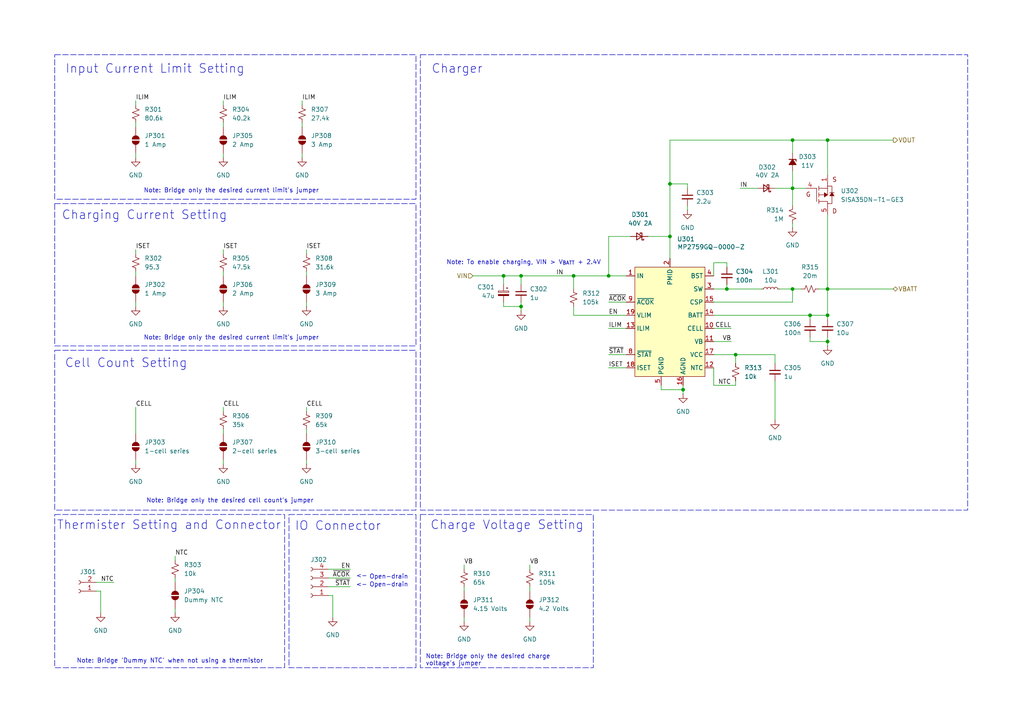
<source format=kicad_sch>
(kicad_sch (version 20231120) (generator "eeschema") (generator_version "8.0")
  (paper "A4")
  (title_block (date "2024-10-27") (rev "0.1.0") (company "University of Wisconsin-Platteville") (comment 1 "Nicholas Loehrke"))
  (lib_symbols
    (symbol "Connector:Conn_01x02_Socket" (pin_names (offset 1.016) hide)
      (property "Reference" "J" (at 0 2.54 0))
      (property "Value" "Conn_01x02_Socket" (at 0 -5.08 0))
      (symbol "Conn_01x02_Socket_1_1"
        (arc (start 0 -2.032) (mid -0.5058 -2.54) (end 0 -3.048) (stroke (width 0.1524)))
        (polyline (pts (xy -1.27 -2.54) (xy -0.508 -2.54)) (stroke (width 0.1524)))
        (polyline (pts (xy -1.27 0) (xy -0.508 0)) (stroke (width 0.1524)))
        (arc (start 0 0.508) (mid -0.5058 0) (end 0 -0.508) (stroke (width 0.1524)))
        (pin passive line (at -5.08 0 0) (length 3.81) (name "Pin_1") (number "1"))
        (pin passive line (at -5.08 -2.54 0) (length 3.81) (name "Pin_2") (number "2"))
      )
    )
    (symbol "Connector:Conn_01x04_Socket" (pin_names (offset 1.016) hide)
      (property "Reference" "J" (at 0 5.08 0))
      (property "Value" "Conn_01x04_Socket" (at 0 -7.62 0))
      (symbol "Conn_01x04_Socket_1_1"
        (arc (start 0 -4.572) (mid -0.5058 -5.08) (end 0 -5.588) (stroke (width 0.1524)))
        (arc (start 0 -2.032) (mid -0.5058 -2.54) (end 0 -3.048) (stroke (width 0.1524)))
        (polyline (pts (xy -1.27 -5.08) (xy -0.508 -5.08)) (stroke (width 0.1524)))
        (polyline (pts (xy -1.27 -2.54) (xy -0.508 -2.54)) (stroke (width 0.1524)))
        (polyline (pts (xy -1.27 0) (xy -0.508 0)) (stroke (width 0.1524)))
        (polyline (pts (xy -1.27 2.54) (xy -0.508 2.54)) (stroke (width 0.1524)))
        (arc (start 0 0.508) (mid -0.5058 0) (end 0 -0.508) (stroke (width 0.1524)))
        (arc (start 0 3.048) (mid -0.5058 2.54) (end 0 2.032) (stroke (width 0.1524)))
        (pin passive line (at -5.08 2.54 0) (length 3.81) (name "Pin_1") (number "1"))
        (pin passive line (at -5.08 0 0) (length 3.81) (name "Pin_2") (number "2"))
        (pin passive line (at -5.08 -2.54 0) (length 3.81) (name "Pin_3") (number "3"))
        (pin passive line (at -5.08 -5.08 0) (length 3.81) (name "Pin_4") (number "4"))
      )
    )
    (symbol "Device:C_Polarized_Small" (pin_numbers hide) (pin_names (offset 0.254) hide)
      (property "Reference" "C" (at 0.254 1.778 0))
      (property "Value" "C_Polarized_Small" (at 0.254 -2.032 0))
      (symbol "C_Polarized_Small_0_1"
        (rectangle (start -1.524 -0.3048) (end 1.524 -0.6858) (fill (type outline)))
        (rectangle (start -1.524 0.6858) (end 1.524 0.3048))
        (polyline (pts (xy -1.27 1.524) (xy -0.762 1.524)))
        (polyline (pts (xy -1.016 1.27) (xy -1.016 1.778)))
      )
      (symbol "C_Polarized_Small_1_1"
        (pin passive line (at 0 2.54 270) (length 1.8542) (name "~") (number "1"))
        (pin passive line (at 0 -2.54 90) (length 1.8542) (name "~") (number "2"))
      )
    )
    (symbol "Device:C_Small" (pin_numbers hide) (pin_names (offset 0.254) hide)
      (property "Reference" "C" (at 0.254 1.778 0))
      (property "Value" "C_Small" (at 0.254 -2.032 0))
      (symbol "C_Small_0_1"
        (polyline (pts (xy -1.524 -0.508) (xy 1.524 -0.508)) (stroke (width 0.3302)))
        (polyline (pts (xy -1.524 0.508) (xy 1.524 0.508)) (stroke (width 0.3048)))
      )
      (symbol "C_Small_1_1"
        (pin passive line (at 0 2.54 270) (length 2.032) (name "~") (number "1"))
        (pin passive line (at 0 -2.54 90) (length 2.032) (name "~") (number "2"))
      )
    )
    (symbol "Device:D_Schottky_Small" (pin_numbers hide) (pin_names (offset 0.254) hide)
      (property "Reference" "D" (at -1.27 2.032 0))
      (property "Value" "D_Schottky_Small" (at -7.112 -2.032 0))
      (symbol "D_Schottky_Small_0_1"
        (polyline (pts (xy -0.762 0) (xy 0.762 0)))
        (polyline (pts (xy 0.762 -1.016) (xy -0.762 0) (xy 0.762 1.016) (xy 0.762 -1.016)) (stroke (width 0.254)))
        (polyline (pts (xy -1.27 0.762) (xy -1.27 1.016) (xy -0.762 1.016) (xy -0.762 -1.016) (xy -0.254 -1.016) (xy -0.254 -0.762)) (stroke (width 0.254)))
      )
      (symbol "D_Schottky_Small_1_1"
        (pin passive line (at -2.54 0 0) (length 1.778) (name "K") (number "1"))
        (pin passive line (at 2.54 0 180) (length 1.778) (name "A") (number "2"))
      )
    )
    (symbol "Device:D_Zener_Small_Filled" (pin_numbers hide) (pin_names (offset 0.254) hide)
      (property "Reference" "D" (at 0 2.286 0))
      (property "Value" "D_Zener_Small_Filled" (at 0 -2.286 0))
      (symbol "D_Zener_Small_Filled_0_1"
        (polyline (pts (xy 0.762 0) (xy -0.762 0)))
        (polyline (pts (xy -0.254 1.016) (xy -0.762 1.016) (xy -0.762 -1.016)) (stroke (width 0.254)))
        (polyline (pts (xy 0.762 1.016) (xy -0.762 0) (xy 0.762 -1.016) (xy 0.762 1.016)) (stroke (width 0.254)) (fill (type outline)))
      )
      (symbol "D_Zener_Small_Filled_1_1"
        (pin passive line (at -2.54 0 0) (length 1.778) (name "K") (number "1"))
        (pin passive line (at 2.54 0 180) (length 1.778) (name "A") (number "2"))
      )
    )
    (symbol "Device:L_Small" (pin_numbers hide) (pin_names (offset 0.254) hide)
      (property "Reference" "L" (at 0.762 1.016 0))
      (property "Value" "L_Small" (at 0.762 -1.016 0))
      (symbol "L_Small_0_1"
        (arc (start 0 -2.032) (mid 0.5058 -1.524) (end 0 -1.016))
        (arc (start 0 -1.016) (mid 0.5058 -0.508) (end 0 0))
        (arc (start 0 0) (mid 0.5058 0.508) (end 0 1.016))
        (arc (start 0 1.016) (mid 0.5058 1.524) (end 0 2.032))
      )
      (symbol "L_Small_1_1"
        (pin passive line (at 0 2.54 270) (length 0.508) (name "~") (number "1"))
        (pin passive line (at 0 -2.54 90) (length 0.508) (name "~") (number "2"))
      )
    )
    (symbol "Device:R_Small_US" (pin_numbers hide) (pin_names (offset 0.254) hide)
      (property "Reference" "R" (at 0.762 0.508 0))
      (property "Value" "R_Small_US" (at 0.762 -1.016 0))
      (symbol "R_Small_US_1_1"
        (polyline (pts (xy 0 0) (xy 1.016 -0.381) (xy 0 -0.762) (xy -1.016 -1.143) (xy 0 -1.524)))
        (polyline (pts (xy 0 1.524) (xy 1.016 1.143) (xy 0 0.762) (xy -1.016 0.381) (xy 0 0)))
        (pin passive line (at 0 2.54 270) (length 1.016) (name "~") (number "1"))
        (pin passive line (at 0 -2.54 90) (length 1.016) (name "~") (number "2"))
      )
    )
    (symbol "Jumper:SolderJumper_2_Open" (pin_numbers hide) (pin_names (offset 0) hide) (exclude_from_sim yes) (in_bom no)
      (property "Reference" "JP" (at 0 2.032 0))
      (property "Value" "SolderJumper_2_Open" (at 0 -2.54 0))
      (symbol "SolderJumper_2_Open_0_1"
        (arc (start -0.254 1.016) (mid -1.2656 0) (end -0.254 -1.016))
        (arc (start -0.254 1.016) (mid -1.2656 0) (end -0.254 -1.016) (fill (type outline)))
        (polyline (pts (xy -0.254 1.016) (xy -0.254 -1.016)))
        (polyline (pts (xy 0.254 1.016) (xy 0.254 -1.016)))
        (arc (start 0.254 -1.016) (mid 1.2656 0) (end 0.254 1.016))
        (arc (start 0.254 -1.016) (mid 1.2656 0) (end 0.254 1.016) (fill (type outline)))
      )
      (symbol "SolderJumper_2_Open_1_1"
        (pin passive line (at -3.81 0 0) (length 2.54) (name "A") (number "1"))
        (pin passive line (at 3.81 0 180) (length 2.54) (name "B") (number "2"))
      )
    )
    (symbol "MP2759GQ-0000-Z:MP2759GQ-0000-Z"
      (property "Reference" "U" (at 12.954 16.256 0))
      (property "MPN" "MP2759GQ-0000-Z" (at 13.208 13.716 0))
      (symbol "MP2759GQ-0000-Z_1_1"
        (rectangle (start 2.54 2.54) (end 22.86 -29.21) (fill (type background)))
        (pin passive line (at 0 0 0) (length 2.54) (name "IN") (number "1"))
        (pin passive line (at 25.4 -15.24 180) (length 2.54) (name "CELL") (number "10"))
        (pin passive line (at 25.4 -19.05 180) (length 2.54) (name "VB") (number "11"))
        (pin passive line (at 25.4 -26.67 180) (length 2.54) (name "NTC") (number "12"))
        (pin passive line (at 0 -15.24 0) (length 2.54) (name "ILIM") (number "13"))
        (pin passive line (at 25.4 -11.43 180) (length 2.54) (name "BATT") (number "14"))
        (pin passive line (at 25.4 -7.62 180) (length 2.54) (name "CSP") (number "15"))
        (pin passive line (at 16.51 -31.75 90) (length 2.54) (name "AGND") (number "16"))
        (pin passive line (at 25.4 -22.86 180) (length 2.54) (name "VCC") (number "17"))
        (pin passive line (at 0 -26.67 0) (length 2.54) (name "ISET") (number "18"))
        (pin passive line (at 0 -11.43 0) (length 2.54) (name "VLIM") (number "19"))
        (pin passive line (at 12.7 5.08 270) (length 2.54) (name "PMID") (number "2"))
        (pin passive line (at 25.4 -3.81 180) (length 2.54) (name "SW") (number "3"))
        (pin passive line (at 25.4 0 180) (length 2.54) (name "BST") (number "4"))
        (pin passive line (at 10.16 -31.75 90) (length 2.54) (name "PGND") (number "5"))
        (pin passive line (at 10.16 -31.75 90) (length 2.54) hide (name "PGND") (number "6"))
        (pin passive line (at 10.16 -31.75 90) (length 2.54) hide (name "PGND") (number "7"))
        (pin passive line (at 0 -22.86 0) (length 2.54) (name "~{STAT}") (number "8"))
        (pin passive line (at 0 -7.62 0) (length 2.54) (name "~{ACOK}") (number "9"))
      )
    )
    (symbol "SISA35DN-T1-GE3:SISA35DN-T1-GE3"
      (property "Reference" "U" (at 5.842 -3.302 0))
      (property "MPN" "SISA35DN-T1-GE3" (at 14.224 -5.334 0))
      (symbol "SISA35DN-T1-GE3_0_1"
        (polyline (pts (xy 0 -6.985) (xy 0 -8.255)))
        (polyline (pts (xy 0 -5.715) (xy 1.905 -5.715)))
        (polyline (pts (xy 0 -5.08) (xy 0 -6.35)))
        (polyline (pts (xy 0 -3.175) (xy 0 -4.445)))
        (polyline (pts (xy 2.54 -8.89) (xy 2.54 -8.255)))
        (polyline (pts (xy 2.54 -3.175) (xy 2.54 -2.54)))
        (polyline (pts (xy 3.175 -5.08) (xy 4.445 -5.08)))
        (polyline (pts (xy -0.635 -7.62) (xy -0.635 -3.81) (xy -1.27 -3.81)))
        (polyline (pts (xy 0 -3.81) (xy 2.54 -3.81) (xy 2.54 -5.715)))
        (polyline (pts (xy 2.54 -8.255) (xy 2.54 -7.62) (xy 0 -7.62)))
        (polyline (pts (xy 2.54 -8.255) (xy 3.81 -8.255) (xy 3.81 -5.715)))
        (polyline (pts (xy 2.54 -5.715) (xy 1.6169 -6.3499) (xy 1.6169 -5.0799) (xy 2.54 -5.7024)) (fill (type outline)))
        (polyline (pts (xy 3.81 -5.08) (xy 3.81 -3.175) (xy 2.54 -3.175) (xy 2.54 -3.81)))
        (polyline (pts (xy 3.81 -5.08) (xy 4.4449 -6.0031) (xy 3.1749 -6.0031) (xy 3.7974 -5.08)) (fill (type outline)))
      )
      (symbol "SISA35DN-T1-GE3_1_1"
        (text "D" (at 4.572 -10.414 0) (effects (font (size 1.27 1.27))))
        (text "G" (at -3.048 -5.588 0) (effects (font (size 1.27 1.27))))
        (text "S" (at 4.572 -1.27 0) (effects (font (size 1.27 1.27))))
        (pin passive line (at 2.54 0 270) (length 2.54) (name "") (number "1"))
        (pin passive line (at 2.54 0 270) (length 2.54) hide (name "") (number "2"))
        (pin passive line (at 2.54 0 270) (length 2.54) hide (name "") (number "3"))
        (pin passive line (at -3.81 -3.81 0) (length 2.54) (name "") (number "4"))
        (pin passive line (at 2.54 -11.43 90) (length 2.54) (name "") (number "5"))
        (pin passive line (at 2.54 -11.43 90) (length 2.54) hide (name "") (number "6"))
        (pin passive line (at 2.54 -11.43 90) (length 2.54) hide (name "") (number "7"))
        (pin passive line (at 2.54 -11.43 90) (length 2.54) hide (name "") (number "8"))
      )
    )
    (symbol "power:GND" (power) (pin_numbers hide) (pin_names (offset 0) hide)
      (property "Value" "GND" (at 0 -3.81 0))
      (symbol "GND_0_1"
        (polyline (pts (xy 0 0) (xy 0 -1.27) (xy 1.27 -1.27) (xy 0 -2.54) (xy -1.27 -1.27) (xy 0 -1.27)))
      )
      (symbol "GND_1_1"
        (pin power_in line (at 0 0 270) (length 0) (name "~") (number "1"))
      )
    )
  )
  (junction (at 146.05 80.01))
  (junction (at 176.53 80.01))
  (junction (at 194.31 68.58))
  (junction (at 213.36 102.87))
  (junction (at 229.87 54.61))
  (junction (at 194.31 53.34))
  (junction (at 229.87 83.82))
  (junction (at 240.03 99.06))
  (junction (at 240.03 83.82))
  (junction (at 234.95 91.44))
  (junction (at 240.03 91.44))
  (junction (at 151.13 88.9))
  (junction (at 151.13 80.01))
  (junction (at 240.03 40.64))
  (junction (at 198.12 113.03))
  (junction (at 210.82 83.82))
  (junction (at 166.37 80.01))
  (junction (at 229.87 40.64))
  (wire (pts (xy 234.95 97.79) (xy 234.95 99.06)))
  (wire (pts (xy 214.63 54.61) (xy 219.71 54.61)))
  (wire (pts (xy 210.82 82.55) (xy 210.82 83.82)))
  (wire (pts (xy 176.53 95.25) (xy 181.61 95.25)))
  (wire (pts (xy 151.13 80.01) (xy 151.13 82.55)))
  (wire (pts (xy 229.87 83.82) (xy 232.41 83.82)))
  (wire (pts (xy 87.63 44.45) (xy 87.63 45.72)))
  (wire (pts (xy 213.36 102.87) (xy 213.36 105.41)))
  (wire (pts (xy 146.05 80.01) (xy 151.13 80.01)))
  (wire (pts (xy 64.77 72.39) (xy 64.77 73.66)))
  (wire (pts (xy 176.53 80.01) (xy 181.61 80.01)))
  (wire (pts (xy 151.13 88.9) (xy 151.13 90.17)))
  (wire (pts (xy 176.53 68.58) (xy 182.88 68.58)))
  (wire (pts (xy 207.01 91.44) (xy 234.95 91.44)))
  (wire (pts (xy 240.03 40.64) (xy 240.03 50.8)))
  (wire (pts (xy 234.95 99.06) (xy 240.03 99.06)))
  (wire (pts (xy 213.36 102.87) (xy 224.79 102.87)))
  (wire (pts (xy 224.79 105.41) (xy 224.79 102.87)))
  (wire (pts (xy 88.9 119.38) (xy 88.9 118.11)))
  (wire (pts (xy 176.53 106.68) (xy 181.61 106.68)))
  (wire (pts (xy 151.13 80.01) (xy 166.37 80.01)))
  (wire (pts (xy 39.37 44.45) (xy 39.37 45.72)))
  (wire (pts (xy 64.77 87.63) (xy 64.77 88.9)))
  (wire (pts (xy 191.77 111.76) (xy 191.77 113.03)))
  (wire (pts (xy 240.03 97.79) (xy 240.03 99.06)))
  (wire (pts (xy 194.31 53.34) (xy 199.39 53.34)))
  (wire (pts (xy 166.37 80.01) (xy 176.53 80.01)))
  (wire (pts (xy 64.77 78.74) (xy 64.77 80.01)))
  (wire (pts (xy 229.87 49.53) (xy 229.87 54.61)))
  (wire (pts (xy 101.6 170.18) (xy 95.25 170.18)))
  (wire (pts (xy 88.9 133.35) (xy 88.9 134.62)))
  (wire (pts (xy 153.67 170.18) (xy 153.67 171.45)))
  (wire (pts (xy 153.67 179.07) (xy 153.67 180.34)))
  (wire (pts (xy 240.03 91.44) (xy 240.03 83.82)))
  (wire (pts (xy 229.87 54.61) (xy 233.68 54.61)))
  (wire (pts (xy 87.63 29.21) (xy 87.63 30.48)))
  (wire (pts (xy 146.05 88.9) (xy 151.13 88.9)))
  (wire (pts (xy 207.01 106.68) (xy 207.01 111.76)))
  (wire (pts (xy 64.77 44.45) (xy 64.77 45.72)))
  (wire (pts (xy 240.03 91.44) (xy 240.03 92.71)))
  (wire (pts (xy 229.87 64.77) (xy 229.87 66.04)))
  (wire (pts (xy 234.95 91.44) (xy 234.95 92.71)))
  (wire (pts (xy 87.63 35.56) (xy 87.63 36.83)))
  (wire (pts (xy 39.37 133.35) (xy 39.37 134.62)))
  (wire (pts (xy 176.53 87.63) (xy 181.61 87.63)))
  (wire (pts (xy 199.39 53.34) (xy 199.39 54.61)))
  (wire (pts (xy 198.12 113.03) (xy 198.12 114.3)))
  (wire (pts (xy 226.06 83.82) (xy 229.87 83.82)))
  (wire (pts (xy 240.03 100.33) (xy 240.03 99.06)))
  (wire (pts (xy 88.9 78.74) (xy 88.9 80.01)))
  (wire (pts (xy 137.16 80.01) (xy 146.05 80.01)))
  (wire (pts (xy 88.9 124.46) (xy 88.9 125.73)))
  (wire (pts (xy 194.31 40.64) (xy 229.87 40.64)))
  (wire (pts (xy 27.94 171.45) (xy 29.21 171.45)))
  (wire (pts (xy 64.77 118.11) (xy 64.77 119.38)))
  (wire (pts (xy 229.87 40.64) (xy 240.03 40.64)))
  (wire (pts (xy 166.37 80.01) (xy 166.37 83.82)))
  (wire (pts (xy 176.53 102.87) (xy 181.61 102.87)))
  (wire (pts (xy 88.9 87.63) (xy 88.9 88.9)))
  (wire (pts (xy 64.77 124.46) (xy 64.77 125.73)))
  (wire (pts (xy 207.01 111.76) (xy 213.36 111.76)))
  (wire (pts (xy 240.03 62.23) (xy 240.03 83.82)))
  (wire (pts (xy 234.95 91.44) (xy 240.03 91.44)))
  (wire (pts (xy 39.37 29.21) (xy 39.37 30.48)))
  (wire (pts (xy 134.62 170.18) (xy 134.62 171.45)))
  (wire (pts (xy 166.37 88.9) (xy 166.37 91.44)))
  (wire (pts (xy 229.87 40.64) (xy 229.87 44.45)))
  (wire (pts (xy 50.8 176.53) (xy 50.8 177.8)))
  (wire (pts (xy 224.79 54.61) (xy 229.87 54.61)))
  (wire (pts (xy 194.31 53.34) (xy 194.31 68.58)))
  (wire (pts (xy 101.6 167.64) (xy 95.25 167.64)))
  (wire (pts (xy 39.37 125.73) (xy 39.37 118.11)))
  (wire (pts (xy 194.31 40.64) (xy 194.31 53.34)))
  (wire (pts (xy 101.6 165.1) (xy 95.25 165.1)))
  (wire (pts (xy 213.36 111.76) (xy 213.36 110.49)))
  (wire (pts (xy 39.37 35.56) (xy 39.37 36.83)))
  (wire (pts (xy 96.52 172.72) (xy 96.52 179.07)))
  (wire (pts (xy 210.82 83.82) (xy 220.98 83.82)))
  (wire (pts (xy 95.25 172.72) (xy 96.52 172.72)))
  (wire (pts (xy 176.53 80.01) (xy 176.53 68.58)))
  (wire (pts (xy 207.01 80.01) (xy 207.01 76.2)))
  (wire (pts (xy 50.8 167.64) (xy 50.8 168.91)))
  (wire (pts (xy 229.87 54.61) (xy 229.87 59.69)))
  (wire (pts (xy 146.05 87.63) (xy 146.05 88.9)))
  (wire (pts (xy 210.82 76.2) (xy 210.82 77.47)))
  (wire (pts (xy 229.87 87.63) (xy 229.87 83.82)))
  (wire (pts (xy 198.12 113.03) (xy 198.12 111.76)))
  (wire (pts (xy 207.01 83.82) (xy 210.82 83.82)))
  (wire (pts (xy 212.09 95.25) (xy 207.01 95.25)))
  (wire (pts (xy 224.79 110.49) (xy 224.79 121.92)))
  (wire (pts (xy 240.03 83.82) (xy 237.49 83.82)))
  (wire (pts (xy 212.09 99.06) (xy 207.01 99.06)))
  (wire (pts (xy 29.21 171.45) (xy 29.21 177.8)))
  (wire (pts (xy 187.96 68.58) (xy 194.31 68.58)))
  (wire (pts (xy 207.01 102.87) (xy 213.36 102.87)))
  (wire (pts (xy 207.01 76.2) (xy 210.82 76.2)))
  (wire (pts (xy 146.05 80.01) (xy 146.05 82.55)))
  (wire (pts (xy 240.03 83.82) (xy 259.08 83.82)))
  (wire (pts (xy 39.37 87.63) (xy 39.37 88.9)))
  (wire (pts (xy 50.8 161.29) (xy 50.8 162.56)))
  (wire (pts (xy 199.39 59.69) (xy 199.39 60.96)))
  (wire (pts (xy 39.37 72.39) (xy 39.37 73.66)))
  (wire (pts (xy 194.31 74.93) (xy 194.31 68.58)))
  (wire (pts (xy 33.02 168.91) (xy 27.94 168.91)))
  (wire (pts (xy 134.62 179.07) (xy 134.62 180.34)))
  (wire (pts (xy 64.77 35.56) (xy 64.77 36.83)))
  (wire (pts (xy 134.62 165.1) (xy 134.62 163.83)))
  (wire (pts (xy 153.67 165.1) (xy 153.67 163.83)))
  (wire (pts (xy 240.03 40.64) (xy 259.08 40.64)))
  (wire (pts (xy 166.37 91.44) (xy 181.61 91.44)))
  (wire (pts (xy 151.13 87.63) (xy 151.13 88.9)))
  (wire (pts (xy 207.01 87.63) (xy 229.87 87.63)))
  (wire (pts (xy 64.77 29.21) (xy 64.77 30.48)))
  (wire (pts (xy 39.37 78.74) (xy 39.37 80.01)))
  (wire (pts (xy 64.77 133.35) (xy 64.77 134.62)))
  (wire (pts (xy 191.77 113.03) (xy 198.12 113.03)))
  (wire (pts (xy 88.9 72.39) (xy 88.9 73.66)))
  (rectangle (start 15.875 15.875) (end 120.65 57.785) (stroke (width 0) (type dash)))
  (rectangle (start 83.82 149.225) (end 120.65 193.675) (stroke (width 0) (type dash)))
  (rectangle (start 121.92 149.225) (end 172.085 193.675) (stroke (width 0) (type dash)))
  (rectangle (start 15.875 59.055) (end 120.65 100.33) (stroke (width 0) (type dash)))
  (rectangle (start 15.875 149.225) (end 82.55 193.675) (stroke (width 0) (type dash)))
  (rectangle (start 121.92 15.875) (end 280.67 147.955) (stroke (width 0) (type dash)))
  (rectangle (start 15.875 101.6) (end 120.65 147.955) (stroke (width 0) (type dash)))
  (text "Note: Bridge only the desired cell count's jumper" (at 42.418 145.288 0) (effects (font (size 1.27 1.27)) (justify left)))
  (text "Charging Current Setting" (at 41.91 62.484 0) (effects (font (size 2.54 2.54))))
  (text "Note: Bridge 'Dummy NTC' when not using a thermistor" (at 49.276 191.77 0) (effects (font (size 1.27 1.27))))
  (text "Thermister Setting and Connector" (at 49.022 152.4 0) (effects (font (size 2.54 2.54))))
  (text "<-" (at 104.902 167.132 0) (effects (font (size 1.27 1.27))))
  (text "Cell Count Setting" (at 36.576 105.41 0) (effects (font (size 2.54 2.54))))
  (text "Charger" (at 132.588 20.066 0) (effects (font (size 2.54 2.54))))
  (text "Note: Bridge only the desired charge \nvoltage's jumper" (at 123.444 191.516 0) (effects (font (size 1.27 1.27)) (justify left)))
  (text "IO Connector" (at 98.044 152.654 0) (effects (font (size 2.54 2.54))))
  (text "Input Current Limit Setting" (at 44.958 20.066 0) (effects (font (size 2.54 2.54))))
  (text "Note: Bridge only the desired current limit's jumper" (at 41.656 55.372 0) (effects (font (size 1.27 1.27)) (justify left)))
  (text "Open-drain" (at 112.776 169.672 0) (effects (font (size 1.27 1.27))))
  (text "Note: Bridge only the desired current limit's jumper" (at 41.656 98.044 0) (effects (font (size 1.27 1.27)) (justify left)))
  (text "<-" (at 104.902 169.672 0) (effects (font (size 1.27 1.27))))
  (text "Open-drain" (at 112.776 167.386 0) (effects (font (size 1.27 1.27))))
  (text "Note: To enable charging, VIN > V_{BATT} + 2.4V" (at 151.892 76.2 0) (effects (font (size 1.27 1.27))))
  (text "Charge Voltage Setting" (at 147.066 152.4 0) (effects (font (size 2.54 2.54))))
  (label "EN" (at 101.6 165.1 180))
  (label "~{STAT}" (at 176.53 102.87 0))
  (label "VB" (at 153.67 163.83 0))
  (label "ISET" (at 88.9 72.39 0))
  (label "ISET" (at 64.77 72.39 0))
  (label "NTC" (at 208.28 111.76 0))
  (label "~{ACOK}" (at 101.6 167.64 180))
  (label "ILIM" (at 87.63 29.21 0))
  (label "IN" (at 161.29 80.01 0))
  (label "CELL" (at 64.77 118.11 0))
  (label "ILIM" (at 64.77 29.21 0))
  (label "CELL" (at 39.37 118.11 0))
  (label "EN" (at 176.53 91.44 0))
  (label "CELL" (at 88.9 118.11 0))
  (label "~{ACOK}" (at 176.53 87.63 0))
  (label "NTC" (at 33.02 168.91 180))
  (label "VB" (at 134.62 163.83 0))
  (label "CELL" (at 212.09 95.25 180))
  (label "VB" (at 212.09 99.06 180))
  (label "IN" (at 214.63 54.61 0))
  (label "ILIM" (at 39.37 29.21 0))
  (label "NTC" (at 50.8 161.29 0))
  (label "~{STAT}" (at 101.6 170.18 180))
  (label "ISET" (at 39.37 72.39 0))
  (label "ISET" (at 176.53 106.68 0))
  (label "ILIM" (at 176.53 95.25 0))
  (hierarchical_label "VBATT" (shape bidirectional) (at 259.08 83.82 0))
  (hierarchical_label "VIN" (shape input) (at 137.16 80.01 180))
  (hierarchical_label "VOUT" (shape output) (at 259.08 40.64 0))
  (symbol (lib_id "Device:C_Small") (at 151.13 85.09 0) (unit 1)
    (property "Reference" "C302" (at 153.67 83.8262 0) (effects (justify left)))
    (property "Value" "1u" (at 153.67 86.3662 0) (effects (justify left)))
    (property "Description" "Unpolarized capacitor, small symbol" (effects (hide yes)))
  )
  (symbol (lib_id "power:GND") (at 29.21 177.8 0) (mirror y) (unit 1)
    (property "Reference" "#PWR0301" (effects (hide yes)))
    (property "Value" "GND" (at 29.21 182.88 0))
    (property "Description" "Power symbol creates a global label with name \"GND\" , ground" (effects (hide yes)))
  )
  (symbol (lib_id "power:GND") (at 88.9 88.9 0) (unit 1)
    (property "Reference" "#PWR0310" (effects (hide yes)))
    (property "Value" "GND" (at 88.9 93.98 0))
    (property "Description" "Power symbol creates a global label with name \"GND\" , ground" (effects (hide yes)))
  )
  (symbol (lib_id "power:GND") (at 229.87 66.04 0) (unit 1)
    (property "Reference" "#PWR0319" (effects (hide yes)))
    (property "Value" "GND" (at 229.87 71.12 0))
    (property "Description" "Power symbol creates a global label with name \"GND\" , ground" (effects (hide yes)))
  )
  (symbol (lib_id "power:GND") (at 64.77 88.9 0) (unit 1)
    (property "Reference" "#PWR0307" (effects (hide yes)))
    (property "Value" "GND" (at 64.77 93.98 0))
    (property "Description" "Power symbol creates a global label with name \"GND\" , ground" (effects (hide yes)))
  )
  (symbol (lib_id "Jumper:SolderJumper_2_Open") (at 88.9 83.82 90) (unit 1) (exclude_from_sim yes) (in_bom no)
    (property "Reference" "JP309" (at 91.44 82.5499 90) (effects (justify right)))
    (property "Value" "3 Amp" (at 91.44 85.0899 90) (effects (justify right)))
    (property "Description" "Solder Jumper, 2-pole, open" (effects (hide yes)))
  )
  (symbol (lib_id "Device:L_Small") (at 223.52 83.82 90) (unit 1)
    (property "Reference" "L301" (at 223.52 78.74 90))
    (property "Value" "10u" (at 223.52 81.28 90))
    (property "Description" "Inductor, small symbol" (effects (hide yes)))
  )
  (symbol (lib_id "power:GND") (at 50.8 177.8 0) (unit 1)
    (property "Reference" "#PWR0305" (effects (hide yes)))
    (property "Value" "GND" (at 50.8 182.88 0))
    (property "Description" "Power symbol creates a global label with name \"GND\" , ground" (effects (hide yes)))
  )
  (symbol (lib_id "power:GND") (at 39.37 88.9 0) (unit 1)
    (property "Reference" "#PWR0303" (effects (hide yes)))
    (property "Value" "GND" (at 39.37 93.98 0))
    (property "Description" "Power symbol creates a global label with name \"GND\" , ground" (effects (hide yes)))
  )
  (symbol (lib_id "Jumper:SolderJumper_2_Open") (at 153.67 175.26 90) (unit 1) (exclude_from_sim yes) (in_bom no)
    (property "Reference" "JP312" (at 156.21 173.9899 90) (effects (justify right)))
    (property "Value" "4.2 Volts" (at 156.21 176.5299 90) (effects (justify right)))
    (property "Description" "Solder Jumper, 2-pole, open" (effects (hide yes)))
  )
  (symbol (lib_id "Connector:Conn_01x02_Socket") (at 22.86 171.45 180) (unit 1)
    (property "Reference" "J301" (at 27.94 165.862 0) (effects (justify left)))
    (property "Value" "Conn_01x02_Socket" (effects (hide yes)))
    (property "Description" "Generic connector, single row, 01x02, script generated" (effects (hide yes)))
  )
  (symbol (lib_id "Device:R_Small_US") (at 39.37 33.02 0) (unit 1)
    (property "Reference" "R301" (at 41.91 31.7499 0) (effects (justify left)))
    (property "Value" "80.6k" (at 41.91 34.2899 0) (effects (justify left)))
    (property "Description" "Resistor, small US symbol" (effects (hide yes)))
  )
  (symbol (lib_id "Jumper:SolderJumper_2_Open") (at 87.63 40.64 90) (unit 1) (exclude_from_sim yes) (in_bom no)
    (property "Reference" "JP308" (at 90.17 39.3699 90) (effects (justify right)))
    (property "Value" "3 Amp" (at 90.17 41.9099 90) (effects (justify right)))
    (property "Description" "Solder Jumper, 2-pole, open" (effects (hide yes)))
  )
  (symbol (lib_id "Device:R_Small_US") (at 88.9 76.2 0) (unit 1)
    (property "Reference" "R308" (at 91.44 74.9299 0) (effects (justify left)))
    (property "Value" "31.6k" (at 91.44 77.4699 0) (effects (justify left)))
    (property "Description" "Resistor, small US symbol" (effects (hide yes)))
  )
  (symbol (lib_id "Device:D_Schottky_Small") (at 185.42 68.58 180) (unit 1)
    (property "Reference" "D301" (at 185.674 62.23 0))
    (property "Value" "40V 2A" (at 185.674 64.77 0))
    (property "Description" "Schottky diode, small symbol" (effects (hide yes)))
  )
  (symbol (lib_id "Device:D_Zener_Small_Filled") (at 229.87 46.99 270) (unit 1)
    (property "Reference" "D303" (at 234.188 45.466 90))
    (property "Value" "11V" (at 234.188 48.006 90))
    (property "Description" "Zener diode, small symbol, filled shape" (effects (hide yes)))
  )
  (symbol (lib_id "Jumper:SolderJumper_2_Open") (at 64.77 83.82 90) (unit 1) (exclude_from_sim yes) (in_bom no)
    (property "Reference" "JP306" (at 67.31 82.5499 90) (effects (justify right)))
    (property "Value" "2 Amp" (at 67.31 85.0899 90) (effects (justify right)))
    (property "Description" "Solder Jumper, 2-pole, open" (effects (hide yes)))
  )
  (symbol (lib_id "Device:R_Small_US") (at 229.87 62.23 0) (mirror y) (unit 1)
    (property "Reference" "R314" (at 227.33 60.9599 0) (effects (justify left)))
    (property "Value" "1M" (at 227.33 63.4999 0) (effects (justify left)))
    (property "Description" "Resistor, small US symbol" (effects (hide yes)))
  )
  (symbol (lib_id "Device:R_Small_US") (at 87.63 33.02 0) (unit 1)
    (property "Reference" "R307" (at 90.17 31.7499 0) (effects (justify left)))
    (property "Value" "27.4k" (at 90.17 34.2899 0) (effects (justify left)))
    (property "Description" "Resistor, small US symbol" (effects (hide yes)))
  )
  (symbol (lib_id "Jumper:SolderJumper_2_Open") (at 134.62 175.26 90) (unit 1) (exclude_from_sim yes) (in_bom no)
    (property "Reference" "JP311" (at 137.16 173.9899 90) (effects (justify right)))
    (property "Value" "4.15 Volts" (at 137.16 176.5299 90) (effects (justify right)))
    (property "Description" "Solder Jumper, 2-pole, open" (effects (hide yes)))
  )
  (symbol (lib_id "Device:C_Polarized_Small") (at 146.05 85.09 0) (mirror y) (unit 1)
    (property "Reference" "C301" (at 143.51 83.2738 0) (effects (justify left)))
    (property "Value" "47u" (at 143.51 85.8138 0) (effects (justify left)))
    (property "Description" "Polarized capacitor, small symbol" (effects (hide yes)))
  )
  (symbol (lib_id "Device:R_Small_US") (at 88.9 121.92 0) (unit 1)
    (property "Reference" "R309" (at 91.44 120.6499 0) (effects (justify left)))
    (property "Value" "65k" (at 91.44 123.1899 0) (effects (justify left)))
    (property "Description" "Resistor, small US symbol" (effects (hide yes)))
  )
  (symbol (lib_id "Jumper:SolderJumper_2_Open") (at 39.37 40.64 90) (unit 1) (exclude_from_sim yes) (in_bom no)
    (property "Reference" "JP301" (at 41.91 39.3699 90) (effects (justify right)))
    (property "Value" "1 Amp" (at 41.91 41.9099 90) (effects (justify right)))
    (property "Description" "Solder Jumper, 2-pole, open" (effects (hide yes)))
  )
  (symbol (lib_id "Jumper:SolderJumper_2_Open") (at 88.9 129.54 90) (unit 1) (exclude_from_sim yes) (in_bom no)
    (property "Reference" "JP310" (at 91.44 128.2699 90) (effects (justify right)))
    (property "Value" "3-cell series" (at 91.44 130.8099 90) (effects (justify right)))
    (property "Description" "Solder Jumper, 2-pole, open" (effects (hide yes)))
  )
  (symbol (lib_id "Device:R_Small_US") (at 213.36 107.95 0) (unit 1)
    (property "Reference" "R313" (at 215.9 106.6799 0) (effects (justify left)))
    (property "Value" "10k" (at 215.9 109.2199 0) (effects (justify left)))
    (property "Description" "Resistor, small US symbol" (effects (hide yes)))
  )
  (symbol (lib_id "power:GND") (at 240.03 100.33 0) (unit 1)
    (property "Reference" "#PWR0320" (effects (hide yes)))
    (property "Value" "GND" (at 240.03 105.41 0))
    (property "Description" "Power symbol creates a global label with name \"GND\" , ground" (effects (hide yes)))
  )
  (symbol (lib_id "MP2759GQ-0000-Z:MP2759GQ-0000-Z") (at 181.61 80.01 0) (unit 1)
    (property "Reference" "U301" (at 196.342 69.342 0) (effects (justify left)))
    (property "Datasheet" "https://www.monolithicpower.com/en/documentview/productdocument/index/version/2/document_type/Datasheet/lang/en/sku/MP2759GQ/document_id/6770/" (effects (hide yes)))
    (property "Description" "36V Switching Charger with Power Path Management for 1-Cell to 6-Cell Batteries" (effects (hide yes)))
    (property "MPN" "MP2759GQ-0000-Z" (at 206.248 71.628 0))
  )
  (symbol (lib_id "Device:R_Small_US") (at 166.37 86.36 0) (unit 1)
    (property "Reference" "R312" (at 168.91 85.0899 0) (effects (justify left)))
    (property "Value" "105k" (at 168.91 87.6299 0) (effects (justify left)))
    (property "Description" "Resistor, small US symbol" (effects (hide yes)))
  )
  (symbol (lib_id "Device:C_Small") (at 234.95 95.25 0) (mirror y) (unit 1)
    (property "Reference" "C306" (at 232.41 93.9862 0) (effects (justify left)))
    (property "Value" "100n" (at 232.41 96.5262 0) (effects (justify left)))
    (property "Description" "Unpolarized capacitor, small symbol" (effects (hide yes)))
  )
  (symbol (lib_id "power:GND") (at 153.67 180.34 0) (unit 1)
    (property "Reference" "#PWR0315" (effects (hide yes)))
    (property "Value" "GND" (at 153.67 185.42 0))
    (property "Description" "Power symbol creates a global label with name \"GND\" , ground" (effects (hide yes)))
  )
  (symbol (lib_id "Device:C_Small") (at 240.03 95.25 0) (unit 1)
    (property "Reference" "C307" (at 242.57 93.9862 0) (effects (justify left)))
    (property "Value" "10u" (at 242.57 96.5262 0) (effects (justify left)))
    (property "Description" "Unpolarized capacitor, small symbol" (effects (hide yes)))
  )
  (symbol (lib_id "Device:D_Schottky_Small") (at 222.25 54.61 180) (unit 1)
    (property "Reference" "D302" (at 222.504 48.514 0))
    (property "Value" "40V 2A" (at 222.504 50.8 0))
    (property "Description" "Schottky diode, small symbol" (effects (hide yes)))
  )
  (symbol (lib_id "power:GND") (at 88.9 134.62 0) (unit 1)
    (property "Reference" "#PWR0311" (effects (hide yes)))
    (property "Value" "GND" (at 88.9 139.7 0))
    (property "Description" "Power symbol creates a global label with name \"GND\" , ground" (effects (hide yes)))
  )
  (symbol (lib_id "Device:R_Small_US") (at 64.77 121.92 0) (unit 1)
    (property "Reference" "R306" (at 67.31 120.6499 0) (effects (justify left)))
    (property "Value" "35k" (at 67.31 123.1899 0) (effects (justify left)))
    (property "Description" "Resistor, small US symbol" (effects (hide yes)))
  )
  (symbol (lib_id "Device:C_Small") (at 224.79 107.95 0) (unit 1)
    (property "Reference" "C305" (at 227.33 106.6862 0) (effects (justify left)))
    (property "Value" "1u" (at 227.33 109.2262 0) (effects (justify left)))
    (property "Description" "Unpolarized capacitor, small symbol" (effects (hide yes)))
  )
  (symbol (lib_id "power:GND") (at 224.79 121.92 0) (unit 1)
    (property "Reference" "#PWR0318" (effects (hide yes)))
    (property "Value" "GND" (at 224.79 127 0))
    (property "Description" "Power symbol creates a global label with name \"GND\" , ground" (effects (hide yes)))
  )
  (symbol (lib_id "Jumper:SolderJumper_2_Open") (at 50.8 172.72 90) (unit 1) (exclude_from_sim yes) (in_bom no)
    (property "Reference" "JP304" (at 53.34 171.4499 90) (effects (justify right)))
    (property "Value" "Dummy NTC" (at 53.34 173.9899 90) (effects (justify right)))
    (property "Description" "Solder Jumper, 2-pole, open" (effects (hide yes)))
  )
  (symbol (lib_id "Device:R_Small_US") (at 50.8 165.1 0) (unit 1)
    (property "Reference" "R303" (at 53.34 163.8299 0) (effects (justify left)))
    (property "Value" "10k" (at 53.34 166.3699 0) (effects (justify left)))
    (property "Description" "Resistor, small US symbol" (effects (hide yes)))
  )
  (symbol (lib_id "power:GND") (at 198.12 114.3 0) (unit 1)
    (property "Reference" "#PWR0316" (effects (hide yes)))
    (property "Value" "GND" (at 198.12 119.38 0))
    (property "Description" "Power symbol creates a global label with name \"GND\" , ground" (effects (hide yes)))
  )
  (symbol (lib_id "power:GND") (at 64.77 45.72 0) (unit 1)
    (property "Reference" "#PWR0306" (effects (hide yes)))
    (property "Value" "GND" (at 64.77 50.8 0))
    (property "Description" "Power symbol creates a global label with name \"GND\" , ground" (effects (hide yes)))
  )
  (symbol (lib_id "Device:R_Small_US") (at 39.37 76.2 0) (unit 1)
    (property "Reference" "R302" (at 41.91 74.9299 0) (effects (justify left)))
    (property "Value" "95.3" (at 41.91 77.4699 0) (effects (justify left)))
    (property "Description" "Resistor, small US symbol" (effects (hide yes)))
  )
  (symbol (lib_id "power:GND") (at 151.13 90.17 0) (unit 1)
    (property "Reference" "#PWR0314" (effects (hide yes)))
    (property "Value" "GND" (at 151.13 95.25 0))
    (property "Description" "Power symbol creates a global label with name \"GND\" , ground" (effects (hide yes)))
  )
  (symbol (lib_id "power:GND") (at 96.52 179.07 0) (mirror y) (unit 1)
    (property "Reference" "#PWR0312" (effects (hide yes)))
    (property "Value" "GND" (at 96.52 184.15 0))
    (property "Description" "Power symbol creates a global label with name \"GND\" , ground" (effects (hide yes)))
  )
  (symbol (lib_id "Jumper:SolderJumper_2_Open") (at 64.77 129.54 90) (unit 1) (exclude_from_sim yes) (in_bom no)
    (property "Reference" "JP307" (at 67.31 128.2699 90) (effects (justify right)))
    (property "Value" "2-cell series" (at 67.31 130.8099 90) (effects (justify right)))
    (property "Description" "Solder Jumper, 2-pole, open" (effects (hide yes)))
  )
  (symbol (lib_id "Jumper:SolderJumper_2_Open") (at 64.77 40.64 90) (unit 1) (exclude_from_sim yes) (in_bom no)
    (property "Reference" "JP305" (at 67.31 39.3699 90) (effects (justify right)))
    (property "Value" "2 Amp" (at 67.31 41.9099 90) (effects (justify right)))
    (property "Description" "Solder Jumper, 2-pole, open" (effects (hide yes)))
  )
  (symbol (lib_id "Connector:Conn_01x04_Socket") (at 90.17 170.18 180) (unit 1)
    (property "Reference" "J302" (at 92.456 162.306 0))
    (property "Value" "Conn_01x04_Socket" (effects (hide yes)))
    (property "Description" "Generic connector, single row, 01x04, script generated" (effects (hide yes)))
  )
  (symbol (lib_id "power:GND") (at 39.37 134.62 0) (unit 1)
    (property "Reference" "#PWR0304" (effects (hide yes)))
    (property "Value" "GND" (at 39.37 139.7 0))
    (property "Description" "Power symbol creates a global label with name \"GND\" , ground" (effects (hide yes)))
  )
  (symbol (lib_id "Device:R_Small_US") (at 134.62 167.64 0) (unit 1)
    (property "Reference" "R310" (at 137.16 166.3699 0) (effects (justify left)))
    (property "Value" "65k" (at 137.16 168.9099 0) (effects (justify left)))
    (property "Description" "Resistor, small US symbol" (effects (hide yes)))
  )
  (symbol (lib_id "Device:C_Small") (at 210.82 80.01 0) (unit 1)
    (property "Reference" "C304" (at 213.36 78.7462 0) (effects (justify left)))
    (property "Value" "100n" (at 213.36 81.2862 0) (effects (justify left)))
    (property "Description" "Unpolarized capacitor, small symbol" (effects (hide yes)))
  )
  (symbol (lib_id "Device:C_Small") (at 199.39 57.15 0) (unit 1)
    (property "Reference" "C303" (at 201.93 55.8862 0) (effects (justify left)))
    (property "Value" "2.2u" (at 201.93 58.4262 0) (effects (justify left)))
    (property "Description" "Unpolarized capacitor, small symbol" (effects (hide yes)))
  )
  (symbol (lib_id "Device:R_Small_US") (at 153.67 167.64 0) (unit 1)
    (property "Reference" "R311" (at 156.21 166.3699 0) (effects (justify left)))
    (property "Value" "105k" (at 156.21 168.9099 0) (effects (justify left)))
    (property "Description" "Resistor, small US symbol" (effects (hide yes)))
  )
  (symbol (lib_id "Device:R_Small_US") (at 64.77 76.2 0) (unit 1)
    (property "Reference" "R305" (at 67.31 74.9299 0) (effects (justify left)))
    (property "Value" "47.5k" (at 67.31 77.4699 0) (effects (justify left)))
    (property "Description" "Resistor, small US symbol" (effects (hide yes)))
  )
  (symbol (lib_id "Jumper:SolderJumper_2_Open") (at 39.37 83.82 90) (unit 1) (exclude_from_sim yes) (in_bom no)
    (property "Reference" "JP302" (at 41.91 82.5499 90) (effects (justify right)))
    (property "Value" "1 Amp" (at 41.91 85.0899 90) (effects (justify right)))
    (property "Description" "Solder Jumper, 2-pole, open" (effects (hide yes)))
  )
  (symbol (lib_id "power:GND") (at 134.62 180.34 0) (unit 1)
    (property "Reference" "#PWR0313" (effects (hide yes)))
    (property "Value" "GND" (at 134.62 185.42 0))
    (property "Description" "Power symbol creates a global label with name \"GND\" , ground" (effects (hide yes)))
  )
  (symbol (lib_id "power:GND") (at 87.63 45.72 0) (unit 1)
    (property "Reference" "#PWR0309" (effects (hide yes)))
    (property "Value" "GND" (at 87.63 50.8 0))
    (property "Description" "Power symbol creates a global label with name \"GND\" , ground" (effects (hide yes)))
  )
  (symbol (lib_id "power:GND") (at 199.39 60.96 0) (unit 1)
    (property "Reference" "#PWR0317" (effects (hide yes)))
    (property "Value" "GND" (at 199.39 66.04 0))
    (property "Description" "Power symbol creates a global label with name \"GND\" , ground" (effects (hide yes)))
  )
  (symbol (lib_id "power:GND") (at 39.37 45.72 0) (unit 1)
    (property "Reference" "#PWR0302" (effects (hide yes)))
    (property "Value" "GND" (at 39.37 50.8 0))
    (property "Description" "Power symbol creates a global label with name \"GND\" , ground" (effects (hide yes)))
  )
  (symbol (lib_id "Device:R_Small_US") (at 234.95 83.82 90) (unit 1)
    (property "Reference" "R315" (at 234.95 77.47 90))
    (property "Value" "20m" (at 234.95 80.01 90))
    (property "Description" "Resistor, small US symbol" (effects (hide yes)))
  )
  (symbol (lib_id "power:GND") (at 64.77 134.62 0) (unit 1)
    (property "Reference" "#PWR0308" (effects (hide yes)))
    (property "Value" "GND" (at 64.77 139.7 0))
    (property "Description" "Power symbol creates a global label with name \"GND\" , ground" (effects (hide yes)))
  )
  (symbol (lib_id "Jumper:SolderJumper_2_Open") (at 39.37 129.54 90) (unit 1) (exclude_from_sim yes) (in_bom no)
    (property "Reference" "JP303" (at 41.91 128.2699 90) (effects (justify right)))
    (property "Value" "1-cell series" (at 41.91 130.8099 90) (effects (justify right)))
    (property "Description" "Solder Jumper, 2-pole, open" (effects (hide yes)))
  )
  (symbol (lib_id "Device:R_Small_US") (at 64.77 33.02 0) (unit 1)
    (property "Reference" "R304" (at 67.31 31.7499 0) (effects (justify left)))
    (property "Value" "40.2k" (at 67.31 34.2899 0) (effects (justify left)))
    (property "Description" "Resistor, small US symbol" (effects (hide yes)))
  )
  (symbol (lib_id "SISA35DN-T1-GE3:SISA35DN-T1-GE3") (at 237.49 50.8 0) (unit 1)
    (property "Reference" "U302" (at 243.84 55.3719 0) (effects (justify left)))
    (property "Datasheet" "https://www.vishay.com/docs/75831/sisa35dn.pdf" (effects (hide yes)))
    (property "MPN" "SISA35DN-T1-GE3" (at 243.84 57.9119 0) (effects (justify left)))
  )
)
</source>
